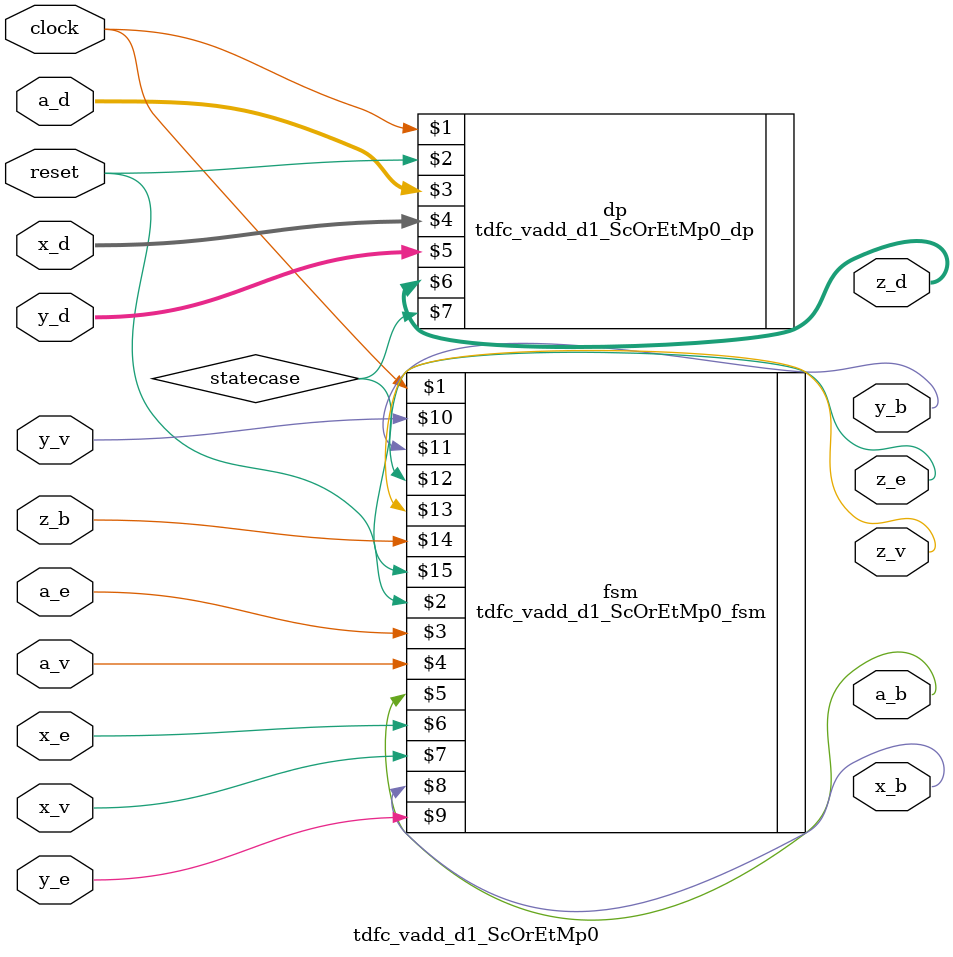
<source format=v>

`include "tdfc_vadd_d1_ScOrEtMp0_fsm.v"
`include "tdfc_vadd_d1_ScOrEtMp0_dp.v"

module tdfc_vadd_d1_ScOrEtMp0 (clock, reset, a_d, a_e, a_v, a_b, x_d, x_e, x_v, x_b, y_d, y_e, y_v, y_b, z_d, z_e, z_v, z_b);

  input  clock;
  input  reset;

  input  [7:0] a_d;
  input  a_e;
  input  a_v;
  output a_b;
  input  [7:0] x_d;
  input  x_e;
  input  x_v;
  output x_b;
  input  [7:0] y_d;
  input  y_e;
  input  y_v;
  output y_b;
  output [7:0] z_d;
  output z_e;
  output z_v;
  input  z_b;

  wire statecase;

  tdfc_vadd_d1_ScOrEtMp0_fsm fsm (clock, reset, a_e, a_v, a_b, x_e, x_v, x_b, y_e, y_v, y_b, z_e, z_v, z_b, statecase);
  tdfc_vadd_d1_ScOrEtMp0_dp dp (clock, reset, a_d, x_d, y_d, z_d, statecase);

endmodule  // tdfc_vadd_d1_ScOrEtMp0

</source>
